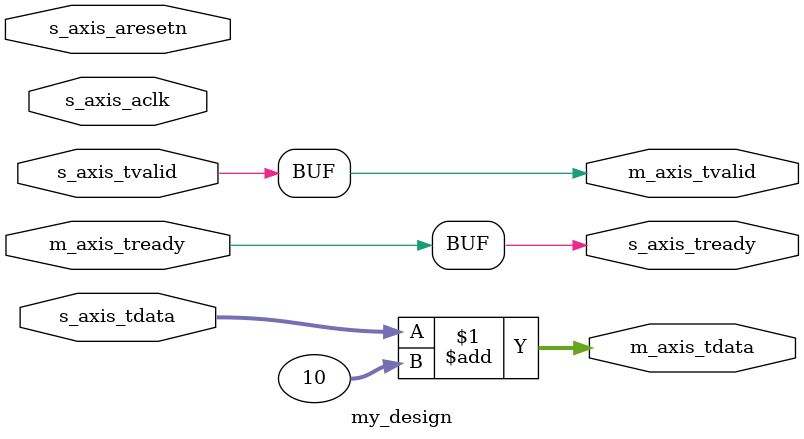
<source format=v>
module my_design(
    input [127:0] s_axis_tdata,
    output s_axis_tready,
    input s_axis_tvalid,
    output [127:0] m_axis_tdata,
    input m_axis_tready,
    output m_axis_tvalid,
    input s_axis_aclk,
    input s_axis_aresetn
    );
    
    
    assign m_axis_tdata = s_axis_tdata+10;
    assign m_axis_tvalid = s_axis_tvalid;
    assign s_axis_tready = m_axis_tready;
    
endmodule

</source>
